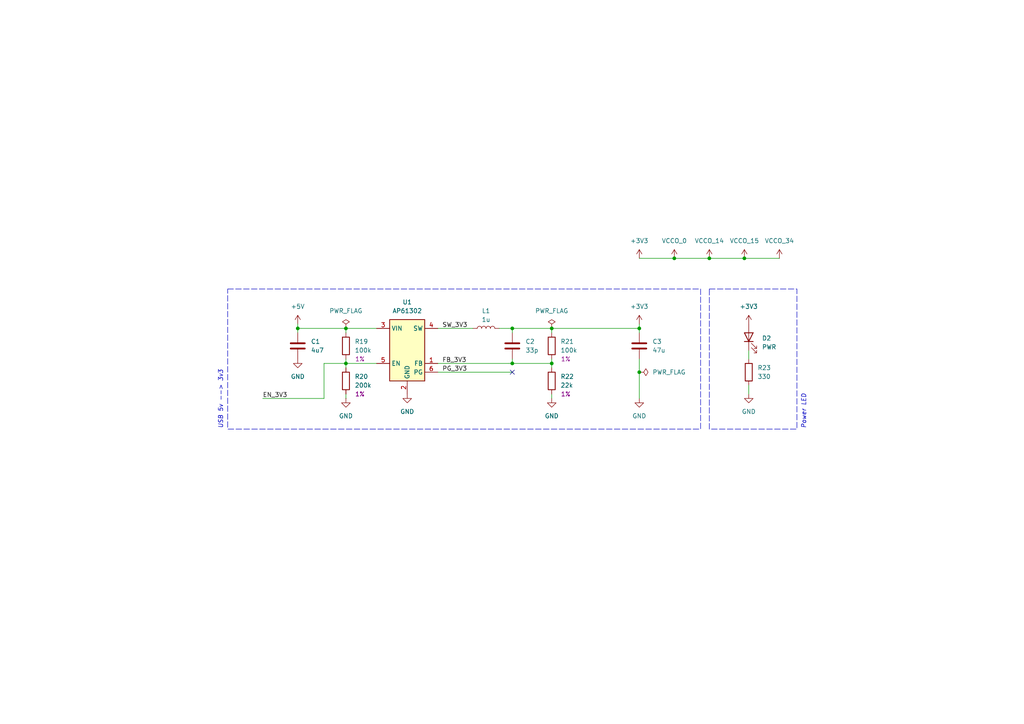
<source format=kicad_sch>
(kicad_sch (version 20250114) (generator "eeschema") (generator_version "9.0")
  (paper "A4")
  (title_block (title "nuku.carrier.template.basic") (date "2025-06-09") (rev "0") (company "Samuel López Asunción") (comment 1 "@supersmau"))
  (lib_symbols
    (symbol "Device:C" (pin_numbers (hide yes)) (pin_names (offset 0.254))
      (property "Reference" "C" (at 0.635 2.54 0))
      (property "Value" "C" (at 0.635 -2.54 0))
      (symbol "C_0_1"
        (polyline (pts (xy -2.032 0.762) (xy 2.032 0.762)) (stroke (width 0.508)))
        (polyline (pts (xy -2.032 -0.762) (xy 2.032 -0.762)) (stroke (width 0.508)))
      )
      (symbol "C_1_1"
        (pin passive line (at 0 3.81 270) (length 2.794) (name "~") (number "1"))
        (pin passive line (at 0 -3.81 90) (length 2.794) (name "~") (number "2"))
      )
    )
    (symbol "Device:L" (pin_numbers (hide yes)) (pin_names (offset 1.016) (hide yes))
      (property "Reference" "L" (at -1.27 0 90))
      (property "Value" "L" (at 1.905 0 90))
      (symbol "L_0_1"
        (arc (start 0 2.54) (mid 0.6323 1.905) (end 0 1.27))
        (arc (start 0 1.27) (mid 0.6323 0.635) (end 0 0))
        (arc (start 0 0) (mid 0.6323 -0.635) (end 0 -1.27))
        (arc (start 0 -1.27) (mid 0.6323 -1.905) (end 0 -2.54))
      )
      (symbol "L_1_1"
        (pin passive line (at 0 3.81 270) (length 1.27) (name "1") (number "1"))
        (pin passive line (at 0 -3.81 90) (length 1.27) (name "2") (number "2"))
      )
    )
    (symbol "Device:LED" (pin_numbers (hide yes)) (pin_names (offset 1.016) (hide yes))
      (property "Reference" "D" (at 0 2.54 0))
      (property "Value" "LED" (at 0 -2.54 0))
      (symbol "LED_0_1"
        (polyline (pts (xy -3.048 -0.762) (xy -4.572 -2.286) (xy -3.81 -2.286) (xy -4.572 -2.286) (xy -4.572 -1.524)))
        (polyline (pts (xy -1.778 -0.762) (xy -3.302 -2.286) (xy -2.54 -2.286) (xy -3.302 -2.286) (xy -3.302 -1.524)))
        (polyline (pts (xy -1.27 0) (xy 1.27 0)))
        (polyline (pts (xy -1.27 -1.27) (xy -1.27 1.27)) (stroke (width 0.254)))
        (polyline (pts (xy 1.27 -1.27) (xy 1.27 1.27) (xy -1.27 0) (xy 1.27 -1.27)) (stroke (width 0.254)))
      )
      (symbol "LED_1_1"
        (pin passive line (at -3.81 0 0) (length 2.54) (name "K") (number "1"))
        (pin passive line (at 3.81 0 180) (length 2.54) (name "A") (number "2"))
      )
    )
    (symbol "Device:R" (pin_numbers (hide yes)) (pin_names (offset 0))
      (property "Reference" "R" (at 2.032 0 90))
      (property "Value" "R" (at 0 0 90))
      (symbol "R_0_1"
        (rectangle (start -1.016 -2.54) (end 1.016 2.54) (stroke (width 0.254)))
      )
      (symbol "R_1_1"
        (pin passive line (at 0 3.81 270) (length 1.27) (name "~") (number "1"))
        (pin passive line (at 0 -3.81 90) (length 1.27) (name "~") (number "2"))
      )
    )
    (symbol "nuku:AP61302"
      (property "Reference" "U" (at 0 3.81 0))
      (property "Value" "AP61302" (at 0 1.27 0))
      (symbol "AP61302_0_1"
        (rectangle (start 0 0) (end 10.16 -17.78) (stroke (width 0.254)) (fill (type background)))
      )
      (symbol "AP61302_1_1"
        (pin passive line (at -3.81 -2.54 0) (length 3.81) (name "VIN") (number "3"))
        (pin passive line (at -3.81 -12.7 0) (length 3.81) (name "EN") (number "5"))
        (pin passive line (at 5.08 -21.59 90) (length 3.81) (name "GND") (number "2"))
        (pin passive line (at 13.97 -2.54 180) (length 3.81) (name "SW") (number "4"))
        (pin passive line (at 13.97 -12.7 180) (length 3.81) (name "FB") (number "1"))
        (pin open_collector line (at 13.97 -15.24 180) (length 3.81) (name "PG") (number "6"))
      )
    )
    (symbol "power:+3V3" (power) (pin_numbers (hide yes)) (pin_names (offset 0) (hide yes))
      (property "Value" "+3V3" (at 0 3.556 0))
      (symbol "+3V3_0_1"
        (polyline (pts (xy -0.762 1.27) (xy 0 2.54)))
        (polyline (pts (xy 0 2.54) (xy 0.762 1.27)))
        (polyline (pts (xy 0 0) (xy 0 2.54)))
      )
      (symbol "+3V3_1_1"
        (pin power_in line (at 0 0 90) (length 0) (name "~") (number "1"))
      )
    )
    (symbol "power:GND" (power) (pin_numbers (hide yes)) (pin_names (offset 0) (hide yes))
      (property "Value" "GND" (at 0 -3.81 0))
      (symbol "GND_0_1"
        (polyline (pts (xy 0 0) (xy 0 -1.27) (xy 1.27 -1.27) (xy 0 -2.54) (xy -1.27 -1.27) (xy 0 -1.27)))
      )
      (symbol "GND_1_1"
        (pin power_in line (at 0 0 270) (length 0) (name "~") (number "1"))
      )
    )
    (symbol "power:PWR_FLAG" (power) (pin_numbers (hide yes)) (pin_names (offset 0) (hide yes))
      (property "Value" "PWR_FLAG" (at 0 3.81 0))
      (symbol "PWR_FLAG_0_0"
        (pin power_out line (at 0 0 90) (length 0) (name "~") (number "1"))
      )
      (symbol "PWR_FLAG_0_1"
        (polyline (pts (xy 0 0) (xy 0 1.27) (xy -1.016 1.905) (xy 0 2.54) (xy 1.016 1.905) (xy 0 1.27)))
      )
    )
    (symbol "power:VCC" (power) (pin_numbers (hide yes)) (pin_names (offset 0) (hide yes))
      (property "Value" "VCC" (at 0 3.556 0))
      (symbol "VCC_0_1"
        (polyline (pts (xy -0.762 1.27) (xy 0 2.54)))
        (polyline (pts (xy 0 2.54) (xy 0.762 1.27)))
        (polyline (pts (xy 0 0) (xy 0 2.54)))
      )
      (symbol "VCC_1_1"
        (pin power_in line (at 0 0 90) (length 0) (name "~") (number "1"))
      )
    )
  )
  (rectangle (start 205.74 83.82) (end 231.14 124.46) (stroke (width 0) (type dash)))
  (rectangle (start 66.04 83.82) (end 203.2 124.46) (stroke (width 0) (type dash)))
  (text "USB 5v --> 3v3" (at 64.77 124.46 90) (effects (font (size 1.27 1.27) (italic yes)) (justify left bottom)))
  (text "Power LED" (at 232.41 124.46 90) (effects (font (size 1.27 1.27) (italic yes)) (justify left top)))
  (junction (at 185.42 95.25))
  (junction (at 195.58 74.93))
  (junction (at 148.59 95.25))
  (junction (at 215.9 74.93))
  (junction (at 205.74 74.93))
  (junction (at 160.02 105.41))
  (junction (at 148.59 105.41))
  (junction (at 185.42 107.95))
  (junction (at 100.33 105.41))
  (junction (at 86.36 95.25))
  (junction (at 100.33 95.25))
  (junction (at 160.02 95.25))
  (no_connect (at 148.59 107.95))
  (wire (pts (xy 160.02 105.41) (xy 160.02 106.68)))
  (wire (pts (xy 160.02 114.3) (xy 160.02 115.57)))
  (wire (pts (xy 76.2 115.57) (xy 93.98 115.57)))
  (wire (pts (xy 160.02 95.25) (xy 185.42 95.25)))
  (wire (pts (xy 100.33 114.3) (xy 100.33 115.57)))
  (wire (pts (xy 217.17 111.76) (xy 217.17 114.3)))
  (wire (pts (xy 195.58 74.93) (xy 205.74 74.93)))
  (wire (pts (xy 100.33 105.41) (xy 100.33 106.68)))
  (wire (pts (xy 185.42 74.93) (xy 195.58 74.93)))
  (wire (pts (xy 217.17 101.6) (xy 217.17 104.14)))
  (wire (pts (xy 86.36 93.98) (xy 86.36 95.25)))
  (wire (pts (xy 160.02 104.14) (xy 160.02 105.41)))
  (wire (pts (xy 100.33 95.25) (xy 109.22 95.25)))
  (wire (pts (xy 100.33 104.14) (xy 100.33 105.41)))
  (wire (pts (xy 144.78 95.25) (xy 148.59 95.25)))
  (wire (pts (xy 93.98 115.57) (xy 93.98 105.41)))
  (wire (pts (xy 127 107.95) (xy 148.59 107.95)))
  (wire (pts (xy 160.02 95.25) (xy 160.02 96.52)))
  (wire (pts (xy 86.36 95.25) (xy 100.33 95.25)))
  (wire (pts (xy 215.9 74.93) (xy 226.06 74.93)))
  (wire (pts (xy 185.42 93.98) (xy 185.42 95.25)))
  (wire (pts (xy 205.74 74.93) (xy 215.9 74.93)))
  (wire (pts (xy 100.33 105.41) (xy 109.22 105.41)))
  (wire (pts (xy 148.59 95.25) (xy 148.59 96.52)))
  (wire (pts (xy 185.42 107.95) (xy 185.42 104.14)))
  (wire (pts (xy 127 95.25) (xy 137.16 95.25)))
  (wire (pts (xy 93.98 105.41) (xy 100.33 105.41)))
  (wire (pts (xy 185.42 115.57) (xy 185.42 107.95)))
  (wire (pts (xy 185.42 95.25) (xy 185.42 96.52)))
  (wire (pts (xy 127 105.41) (xy 148.59 105.41)))
  (wire (pts (xy 148.59 105.41) (xy 160.02 105.41)))
  (wire (pts (xy 148.59 104.14) (xy 148.59 105.41)))
  (wire (pts (xy 86.36 95.25) (xy 86.36 96.52)))
  (wire (pts (xy 100.33 96.52) (xy 100.33 95.25)))
  (wire (pts (xy 148.59 95.25) (xy 160.02 95.25)))
  (label "SW_3V3" (at 128.27 95.25 0))
  (label "EN_3V3" (at 76.2 115.57 0))
  (label "PG_3V3" (at 128.27 107.95 0))
  (label "FB_3V3" (at 128.27 105.41 0))
  (symbol (lib_id "nuku:AP61302") (at 113.03 92.71 0) (unit 1)
    (property "Reference" "U1" (at 118.11 87.63 0))
    (property "Value" "AP61302" (at 118.11 90.17 0))
    (property "Footprint" "Package_TO_SOT_SMD:SOT-563" (effects (hide yes)))
    (property "Datasheet" "https://www.lcsc.com/datasheet/lcsc_datasheet_2308101545_Diodes-Incorporated-AP61302Z6-7_C3193204.pdf" (effects (hide yes)))
    (property "LCSC" "C3193204" (effects (hide yes)))
  )
  (symbol (lib_id "power:PWR_FLAG") (at 185.42 107.95 270) (unit 1)
    (property "Reference" "#FLG06" (effects (hide yes)))
    (property "Value" "PWR_FLAG" (at 189.23 107.9499 90) (effects (justify left)))
    (property "Description" "Special symbol for telling ERC where power comes from" (effects (hide yes)))
  )
  (symbol (lib_id "power:VCC") (at 185.42 93.98 0) (unit 1)
    (property "Reference" "#PWR024" (effects (hide yes)))
    (property "Value" "+3V3" (at 185.42 88.9 0))
    (property "Description" "Power symbol creates a global label with name \"VCC\"" (effects (hide yes)))
  )
  (symbol (lib_id "power:VCC") (at 195.58 74.93 0) (unit 1)
    (property "Reference" "#PWR0103" (effects (hide yes)))
    (property "Value" "VCCO_0" (at 195.58 69.85 0))
    (property "Description" "Power symbol creates a global label with name \"VCC\"" (effects (hide yes)))
  )
  (symbol (lib_id "power:+3V3") (at 86.36 93.98 0) (mirror y) (unit 1)
    (property "Reference" "#PWR090" (effects (hide yes)))
    (property "Value" "+5V" (at 86.36 88.9 0))
    (property "Description" "Power symbol creates a global label with name \"+3V3\"" (effects (hide yes)))
  )
  (symbol (lib_id "power:+3V3") (at 226.06 74.93 0) (mirror y) (unit 1)
    (property "Reference" "#PWR0106" (effects (hide yes)))
    (property "Value" "VCCO_34" (at 226.06 69.85 0))
    (property "Description" "Power symbol creates a global label with name \"+3V3\"" (effects (hide yes)))
  )
  (symbol (lib_id "Device:C") (at 185.42 100.33 0) (unit 1)
    (property "Reference" "C3" (at 189.23 99.0599 0) (effects (justify left)))
    (property "Value" "47u" (at 189.23 101.5999 0) (effects (justify left)))
    (property "Footprint" "Capacitor_SMD:C_0805_2012Metric" (effects (hide yes)))
    (property "Description" "Unpolarized capacitor" (effects (hide yes)))
    (property "LCSC" "C16780" (effects (hide yes)))
  )
  (symbol (lib_id "Device:C") (at 148.59 100.33 0) (unit 1)
    (property "Reference" "C2" (at 152.4 99.0599 0) (effects (justify left)))
    (property "Value" "33p" (at 152.4 101.5999 0) (effects (justify left)))
    (property "Footprint" "Capacitor_SMD:C_0402_1005Metric" (effects (hide yes)))
    (property "Description" "Unpolarized capacitor" (effects (hide yes)))
    (property "LCSC" "C1562" (effects (hide yes)))
  )
  (symbol (lib_id "power:PWR_FLAG") (at 160.02 95.25 0) (unit 1)
    (property "Reference" "#FLG05" (effects (hide yes)))
    (property "Value" "PWR_FLAG" (at 160.02 90.17 0))
    (property "Description" "Special symbol for telling ERC where power comes from" (effects (hide yes)))
  )
  (symbol (lib_id "Device:R") (at 100.33 100.33 180) (unit 1)
    (property "Reference" "R19" (at 102.87 99.0599 0) (effects (justify right)))
    (property "Value" "100k" (at 102.87 101.5999 0) (effects (justify right)))
    (property "Footprint" "Resistor_SMD:R_0402_1005Metric" (effects (hide yes)))
    (property "Description" "Resistor" (effects (hide yes)))
    (property "Tolerance" "1%" (at 104.394 104.14 0))
    (property "LCSC" "C25741" (effects (hide yes)))
  )
  (symbol (lib_id "power:VCC") (at 215.9 74.93 0) (unit 1)
    (property "Reference" "#PWR0105" (effects (hide yes)))
    (property "Value" "VCCO_15" (at 215.9 69.85 0))
    (property "Description" "Power symbol creates a global label with name \"VCC\"" (effects (hide yes)))
  )
  (symbol (lib_id "power:VCC") (at 217.17 93.98 0) (unit 1)
    (property "Reference" "#PWR092" (effects (hide yes)))
    (property "Value" "+3V3" (at 217.17 88.9 0))
    (property "Description" "Power symbol creates a global label with name \"VCC\"" (effects (hide yes)))
  )
  (symbol (lib_id "power:GND") (at 217.17 114.3 0) (unit 1)
    (property "Reference" "#PWR095" (effects (hide yes)))
    (property "Value" "GND" (at 217.17 119.38 0))
    (property "Description" "Power symbol creates a global label with name \"GND\" , ground" (effects (hide yes)))
  )
  (symbol (lib_id "power:GND") (at 100.33 115.57 0) (unit 1)
    (property "Reference" "#PWR096" (effects (hide yes)))
    (property "Value" "GND" (at 100.33 120.65 0))
    (property "Description" "Power symbol creates a global label with name \"GND\" , ground" (effects (hide yes)))
  )
  (symbol (lib_id "power:GND") (at 185.42 115.57 0) (unit 1)
    (property "Reference" "#PWR099" (effects (hide yes)))
    (property "Value" "GND" (at 185.42 120.65 0))
    (property "Description" "Power symbol creates a global label with name \"GND\" , ground" (effects (hide yes)))
  )
  (symbol (lib_id "Device:R") (at 160.02 100.33 180) (unit 1)
    (property "Reference" "R21" (at 162.56 99.0599 0) (effects (justify right)))
    (property "Value" "100k" (at 162.56 101.5999 0) (effects (justify right)))
    (property "Footprint" "Resistor_SMD:R_0402_1005Metric" (effects (hide yes)))
    (property "Description" "Resistor" (effects (hide yes)))
    (property "Tolerance" "1%" (at 164.084 104.14 0))
    (property "LCSC" "C25741" (effects (hide yes)))
  )
  (symbol (lib_id "power:GND") (at 86.36 104.14 0) (unit 1)
    (property "Reference" "#PWR093" (effects (hide yes)))
    (property "Value" "GND" (at 86.36 109.22 0))
    (property "Description" "Power symbol creates a global label with name \"GND\" , ground" (effects (hide yes)))
  )
  (symbol (lib_id "Device:R") (at 160.02 110.49 180) (unit 1)
    (property "Reference" "R22" (at 162.56 109.2199 0) (effects (justify right)))
    (property "Value" "22k" (at 162.56 111.7599 0) (effects (justify right)))
    (property "Footprint" "Resistor_SMD:R_0402_1005Metric" (effects (hide yes)))
    (property "Description" "Resistor" (effects (hide yes)))
    (property "Tolerance" "1%" (at 164.084 114.3 0))
    (property "LCSC" "C25768" (effects (hide yes)))
  )
  (symbol (lib_id "power:+3V3") (at 185.42 74.93 0) (unit 1)
    (property "Reference" "#PWR0102" (effects (hide yes)))
    (property "Value" "+3V3" (at 185.42 69.85 0))
    (property "Description" "Power symbol creates a global label with name \"+3V3\"" (effects (hide yes)))
  )
  (symbol (lib_id "Device:L") (at 140.97 95.25 90) (unit 1)
    (property "Reference" "L1" (at 140.97 90.17 90))
    (property "Value" "1u" (at 140.97 92.71 90))
    (property "Footprint" "Inductor_SMD:L_Changjiang_FNR252010S" (effects (hide yes)))
    (property "Datasheet" "https://jlcpcb.com/api/file/downloadByFileSystemAccessId/8590903638858543104" (effects (hide yes)))
    (property "Description" "Inductor" (effects (hide yes)))
    (property "LCSC" "C5832356" (effects (hide yes)))
    (property "Mfr. Part" "FTC252010S1R0MBCA" (effects (hide yes)))
  )
  (symbol (lib_id "power:GND") (at 160.02 115.57 0) (unit 1)
    (property "Reference" "#PWR097" (effects (hide yes)))
    (property "Value" "GND" (at 160.02 120.65 0))
    (property "Description" "Power symbol creates a global label with name \"GND\" , ground" (effects (hide yes)))
  )
  (symbol (lib_id "Device:LED") (at 217.17 97.79 90) (unit 1)
    (property "Reference" "D2" (at 220.98 98.1074 90) (effects (justify right)))
    (property "Value" "PWR" (at 220.98 100.6474 90) (effects (justify right)))
    (property "Footprint" "LED_SMD:LED_0805_2012Metric" (effects (hide yes)))
    (property "Description" "Light emitting diode" (effects (hide yes)))
    (property "LCSC" "C2297" (effects (hide yes)))
    (property "Sim.Pins" "1=K 2=A" (effects (hide yes)))
  )
  (symbol (lib_id "power:PWR_FLAG") (at 100.33 95.25 0) (unit 1)
    (property "Reference" "#FLG04" (effects (hide yes)))
    (property "Value" "PWR_FLAG" (at 100.33 90.17 0))
    (property "Description" "Special symbol for telling ERC where power comes from" (effects (hide yes)))
  )
  (symbol (lib_id "power:GND") (at 118.11 114.3 0) (unit 1)
    (property "Reference" "#PWR094" (effects (hide yes)))
    (property "Value" "GND" (at 118.11 119.38 0))
    (property "Description" "Power symbol creates a global label with name \"GND\" , ground" (effects (hide yes)))
  )
  (symbol (lib_id "Device:R") (at 217.17 107.95 180) (unit 1)
    (property "Reference" "R23" (at 219.71 106.6799 0) (effects (justify right)))
    (property "Value" "330" (at 219.71 109.2199 0) (effects (justify right)))
    (property "Footprint" "Resistor_SMD:R_0402_1005Metric" (effects (hide yes)))
    (property "Description" "Resistor" (effects (hide yes)))
    (property "LCSC" "C25104" (effects (hide yes)))
  )
  (symbol (lib_id "Device:R") (at 100.33 110.49 180) (unit 1)
    (property "Reference" "R20" (at 102.87 109.2199 0) (effects (justify right)))
    (property "Value" "200k" (at 102.87 111.7599 0) (effects (justify right)))
    (property "Footprint" "Resistor_SMD:R_0402_1005Metric" (effects (hide yes)))
    (property "Description" "Resistor" (effects (hide yes)))
    (property "Tolerance" "1%" (at 104.394 114.3 0))
    (property "LCSC" "C25764" (effects (hide yes)))
  )
  (symbol (lib_id "power:VCC") (at 205.74 74.93 0) (unit 1)
    (property "Reference" "#PWR0104" (effects (hide yes)))
    (property "Value" "VCCO_14" (at 205.74 69.85 0))
    (property "Description" "Power symbol creates a global label with name \"VCC\"" (effects (hide yes)))
  )
  (symbol (lib_id "Device:C") (at 86.36 100.33 0) (unit 1)
    (property "Reference" "C1" (at 90.17 99.0599 0) (effects (justify left)))
    (property "Value" "4u7" (at 90.17 101.5999 0) (effects (justify left)))
    (property "Footprint" "Capacitor_SMD:C_0603_1608Metric" (effects (hide yes)))
    (property "Description" "Unpolarized capacitor" (effects (hide yes)))
    (property "LCSC" "C19666" (effects (hide yes)))
  )
)
</source>
